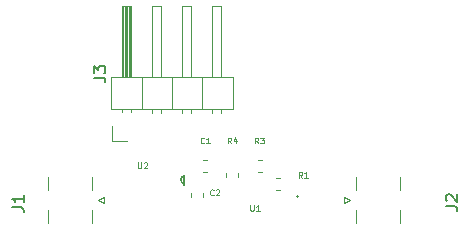
<source format=gto>
G04 #@! TF.GenerationSoftware,KiCad,Pcbnew,5.1.6-c6e7f7d~86~ubuntu18.04.1*
G04 #@! TF.CreationDate,2020-07-08T22:54:29-04:00*
G04 #@! TF.ProjectId,rf-detector,72662d64-6574-4656-9374-6f722e6b6963,rev?*
G04 #@! TF.SameCoordinates,Original*
G04 #@! TF.FileFunction,Legend,Top*
G04 #@! TF.FilePolarity,Positive*
%FSLAX46Y46*%
G04 Gerber Fmt 4.6, Leading zero omitted, Abs format (unit mm)*
G04 Created by KiCad (PCBNEW 5.1.6-c6e7f7d~86~ubuntu18.04.1) date 2020-07-08 22:54:29*
%MOMM*%
%LPD*%
G01*
G04 APERTURE LIST*
%ADD10C,0.120000*%
%ADD11C,0.152400*%
%ADD12C,0.125000*%
%ADD13C,0.150000*%
G04 APERTURE END LIST*
D10*
G04 #@! TO.C,C2*
X110210000Y-94437221D02*
X110210000Y-94762779D01*
X109190000Y-94437221D02*
X109190000Y-94762779D01*
D11*
G04 #@! TO.C,U2*
X108647800Y-93706400D02*
X108647800Y-93604800D01*
X108647800Y-93604800D02*
X108647800Y-92995200D01*
X108647800Y-92995200D02*
X108647800Y-92893600D01*
X108647800Y-93604800D02*
G75*
G02*
X108647800Y-92995200I0J304800D01*
G01*
D10*
G04 #@! TO.C,J3*
X102450000Y-87270000D02*
X112730000Y-87270000D01*
X112730000Y-87270000D02*
X112730000Y-84610000D01*
X112730000Y-84610000D02*
X102450000Y-84610000D01*
X102450000Y-84610000D02*
X102450000Y-87270000D01*
X103400000Y-84610000D02*
X103400000Y-78610000D01*
X103400000Y-78610000D02*
X104160000Y-78610000D01*
X104160000Y-78610000D02*
X104160000Y-84610000D01*
X103460000Y-84610000D02*
X103460000Y-78610000D01*
X103580000Y-84610000D02*
X103580000Y-78610000D01*
X103700000Y-84610000D02*
X103700000Y-78610000D01*
X103820000Y-84610000D02*
X103820000Y-78610000D01*
X103940000Y-84610000D02*
X103940000Y-78610000D01*
X104060000Y-84610000D02*
X104060000Y-78610000D01*
X103400000Y-87600000D02*
X103400000Y-87270000D01*
X104160000Y-87600000D02*
X104160000Y-87270000D01*
X105050000Y-87270000D02*
X105050000Y-84610000D01*
X105940000Y-84610000D02*
X105940000Y-78610000D01*
X105940000Y-78610000D02*
X106700000Y-78610000D01*
X106700000Y-78610000D02*
X106700000Y-84610000D01*
X105940000Y-87667071D02*
X105940000Y-87270000D01*
X106700000Y-87667071D02*
X106700000Y-87270000D01*
X107590000Y-87270000D02*
X107590000Y-84610000D01*
X108480000Y-84610000D02*
X108480000Y-78610000D01*
X108480000Y-78610000D02*
X109240000Y-78610000D01*
X109240000Y-78610000D02*
X109240000Y-84610000D01*
X108480000Y-87667071D02*
X108480000Y-87270000D01*
X109240000Y-87667071D02*
X109240000Y-87270000D01*
X110130000Y-87270000D02*
X110130000Y-84610000D01*
X111020000Y-84610000D02*
X111020000Y-78610000D01*
X111020000Y-78610000D02*
X111780000Y-78610000D01*
X111780000Y-78610000D02*
X111780000Y-84610000D01*
X111020000Y-87667071D02*
X111020000Y-87270000D01*
X111780000Y-87667071D02*
X111780000Y-87270000D01*
X103780000Y-89980000D02*
X102510000Y-89980000D01*
X102510000Y-89980000D02*
X102510000Y-88710000D01*
G04 #@! TO.C,C1*
X110237221Y-92610000D02*
X110562779Y-92610000D01*
X110237221Y-91590000D02*
X110562779Y-91590000D01*
G04 #@! TO.C,R1*
X116437221Y-94210000D02*
X116762779Y-94210000D01*
X116437221Y-93190000D02*
X116762779Y-93190000D01*
G04 #@! TO.C,R3*
X114857221Y-92610000D02*
X115182779Y-92610000D01*
X114857221Y-91590000D02*
X115182779Y-91590000D01*
G04 #@! TO.C,R4*
X112190000Y-93062779D02*
X112190000Y-92737221D01*
X113210000Y-93062779D02*
X113210000Y-92737221D01*
G04 #@! TO.C,U1*
X118313722Y-94710700D02*
G75*
G03*
X118313722Y-94710700I-80322J0D01*
G01*
G04 #@! TO.C,J1*
X100810000Y-95840000D02*
X100810000Y-96950000D01*
X100810000Y-93050000D02*
X100810000Y-94160000D01*
X97100000Y-95840000D02*
X97100000Y-96950000D01*
X97100000Y-93050000D02*
X97100000Y-94160000D01*
X101360000Y-95000000D02*
X101860000Y-95250000D01*
X101860000Y-95250000D02*
X101860000Y-94750000D01*
X101860000Y-94750000D02*
X101360000Y-95000000D01*
G04 #@! TO.C,J2*
X122140000Y-95250000D02*
X122640000Y-95000000D01*
X122140000Y-94750000D02*
X122140000Y-95250000D01*
X122640000Y-95000000D02*
X122140000Y-94750000D01*
X126900000Y-96950000D02*
X126900000Y-95840000D01*
X126900000Y-94160000D02*
X126900000Y-93050000D01*
X123190000Y-96950000D02*
X123190000Y-95840000D01*
X123190000Y-94160000D02*
X123190000Y-93050000D01*
G04 #@! TO.C,C2*
D12*
X111116666Y-94578571D02*
X111092857Y-94602380D01*
X111021428Y-94626190D01*
X110973809Y-94626190D01*
X110902380Y-94602380D01*
X110854761Y-94554761D01*
X110830952Y-94507142D01*
X110807142Y-94411904D01*
X110807142Y-94340476D01*
X110830952Y-94245238D01*
X110854761Y-94197619D01*
X110902380Y-94150000D01*
X110973809Y-94126190D01*
X111021428Y-94126190D01*
X111092857Y-94150000D01*
X111116666Y-94173809D01*
X111307142Y-94173809D02*
X111330952Y-94150000D01*
X111378571Y-94126190D01*
X111497619Y-94126190D01*
X111545238Y-94150000D01*
X111569047Y-94173809D01*
X111592857Y-94221428D01*
X111592857Y-94269047D01*
X111569047Y-94340476D01*
X111283333Y-94626190D01*
X111592857Y-94626190D01*
G04 #@! TO.C,U2*
X104719047Y-91826190D02*
X104719047Y-92230952D01*
X104742857Y-92278571D01*
X104766666Y-92302380D01*
X104814285Y-92326190D01*
X104909523Y-92326190D01*
X104957142Y-92302380D01*
X104980952Y-92278571D01*
X105004761Y-92230952D01*
X105004761Y-91826190D01*
X105219047Y-91873809D02*
X105242857Y-91850000D01*
X105290476Y-91826190D01*
X105409523Y-91826190D01*
X105457142Y-91850000D01*
X105480952Y-91873809D01*
X105504761Y-91921428D01*
X105504761Y-91969047D01*
X105480952Y-92040476D01*
X105195238Y-92326190D01*
X105504761Y-92326190D01*
G04 #@! TO.C,J3*
D13*
X100962380Y-84658333D02*
X101676666Y-84658333D01*
X101819523Y-84705952D01*
X101914761Y-84801190D01*
X101962380Y-84944047D01*
X101962380Y-85039285D01*
X100962380Y-84277380D02*
X100962380Y-83658333D01*
X101343333Y-83991666D01*
X101343333Y-83848809D01*
X101390952Y-83753571D01*
X101438571Y-83705952D01*
X101533809Y-83658333D01*
X101771904Y-83658333D01*
X101867142Y-83705952D01*
X101914761Y-83753571D01*
X101962380Y-83848809D01*
X101962380Y-84134523D01*
X101914761Y-84229761D01*
X101867142Y-84277380D01*
G04 #@! TO.C,C1*
D12*
X110316666Y-90178571D02*
X110292857Y-90202380D01*
X110221428Y-90226190D01*
X110173809Y-90226190D01*
X110102380Y-90202380D01*
X110054761Y-90154761D01*
X110030952Y-90107142D01*
X110007142Y-90011904D01*
X110007142Y-89940476D01*
X110030952Y-89845238D01*
X110054761Y-89797619D01*
X110102380Y-89750000D01*
X110173809Y-89726190D01*
X110221428Y-89726190D01*
X110292857Y-89750000D01*
X110316666Y-89773809D01*
X110792857Y-90226190D02*
X110507142Y-90226190D01*
X110650000Y-90226190D02*
X110650000Y-89726190D01*
X110602380Y-89797619D01*
X110554761Y-89845238D01*
X110507142Y-89869047D01*
G04 #@! TO.C,R1*
X118616666Y-93126190D02*
X118450000Y-92888095D01*
X118330952Y-93126190D02*
X118330952Y-92626190D01*
X118521428Y-92626190D01*
X118569047Y-92650000D01*
X118592857Y-92673809D01*
X118616666Y-92721428D01*
X118616666Y-92792857D01*
X118592857Y-92840476D01*
X118569047Y-92864285D01*
X118521428Y-92888095D01*
X118330952Y-92888095D01*
X119092857Y-93126190D02*
X118807142Y-93126190D01*
X118950000Y-93126190D02*
X118950000Y-92626190D01*
X118902380Y-92697619D01*
X118854761Y-92745238D01*
X118807142Y-92769047D01*
G04 #@! TO.C,R3*
X114916666Y-90226190D02*
X114750000Y-89988095D01*
X114630952Y-90226190D02*
X114630952Y-89726190D01*
X114821428Y-89726190D01*
X114869047Y-89750000D01*
X114892857Y-89773809D01*
X114916666Y-89821428D01*
X114916666Y-89892857D01*
X114892857Y-89940476D01*
X114869047Y-89964285D01*
X114821428Y-89988095D01*
X114630952Y-89988095D01*
X115083333Y-89726190D02*
X115392857Y-89726190D01*
X115226190Y-89916666D01*
X115297619Y-89916666D01*
X115345238Y-89940476D01*
X115369047Y-89964285D01*
X115392857Y-90011904D01*
X115392857Y-90130952D01*
X115369047Y-90178571D01*
X115345238Y-90202380D01*
X115297619Y-90226190D01*
X115154761Y-90226190D01*
X115107142Y-90202380D01*
X115083333Y-90178571D01*
G04 #@! TO.C,R4*
X112616666Y-90226190D02*
X112450000Y-89988095D01*
X112330952Y-90226190D02*
X112330952Y-89726190D01*
X112521428Y-89726190D01*
X112569047Y-89750000D01*
X112592857Y-89773809D01*
X112616666Y-89821428D01*
X112616666Y-89892857D01*
X112592857Y-89940476D01*
X112569047Y-89964285D01*
X112521428Y-89988095D01*
X112330952Y-89988095D01*
X113045238Y-89892857D02*
X113045238Y-90226190D01*
X112926190Y-89702380D02*
X112807142Y-90059523D01*
X113116666Y-90059523D01*
G04 #@! TO.C,U1*
X114219047Y-95426190D02*
X114219047Y-95830952D01*
X114242857Y-95878571D01*
X114266666Y-95902380D01*
X114314285Y-95926190D01*
X114409523Y-95926190D01*
X114457142Y-95902380D01*
X114480952Y-95878571D01*
X114504761Y-95830952D01*
X114504761Y-95426190D01*
X115004761Y-95926190D02*
X114719047Y-95926190D01*
X114861904Y-95926190D02*
X114861904Y-95426190D01*
X114814285Y-95497619D01*
X114766666Y-95545238D01*
X114719047Y-95569047D01*
G04 #@! TO.C,J1*
D13*
X94052380Y-95633333D02*
X94766666Y-95633333D01*
X94909523Y-95680952D01*
X95004761Y-95776190D01*
X95052380Y-95919047D01*
X95052380Y-96014285D01*
X95052380Y-94633333D02*
X95052380Y-95204761D01*
X95052380Y-94919047D02*
X94052380Y-94919047D01*
X94195238Y-95014285D01*
X94290476Y-95109523D01*
X94338095Y-95204761D01*
G04 #@! TO.C,J2*
X130752380Y-95533333D02*
X131466666Y-95533333D01*
X131609523Y-95580952D01*
X131704761Y-95676190D01*
X131752380Y-95819047D01*
X131752380Y-95914285D01*
X130847619Y-95104761D02*
X130800000Y-95057142D01*
X130752380Y-94961904D01*
X130752380Y-94723809D01*
X130800000Y-94628571D01*
X130847619Y-94580952D01*
X130942857Y-94533333D01*
X131038095Y-94533333D01*
X131180952Y-94580952D01*
X131752380Y-95152380D01*
X131752380Y-94533333D01*
G04 #@! TD*
M02*

</source>
